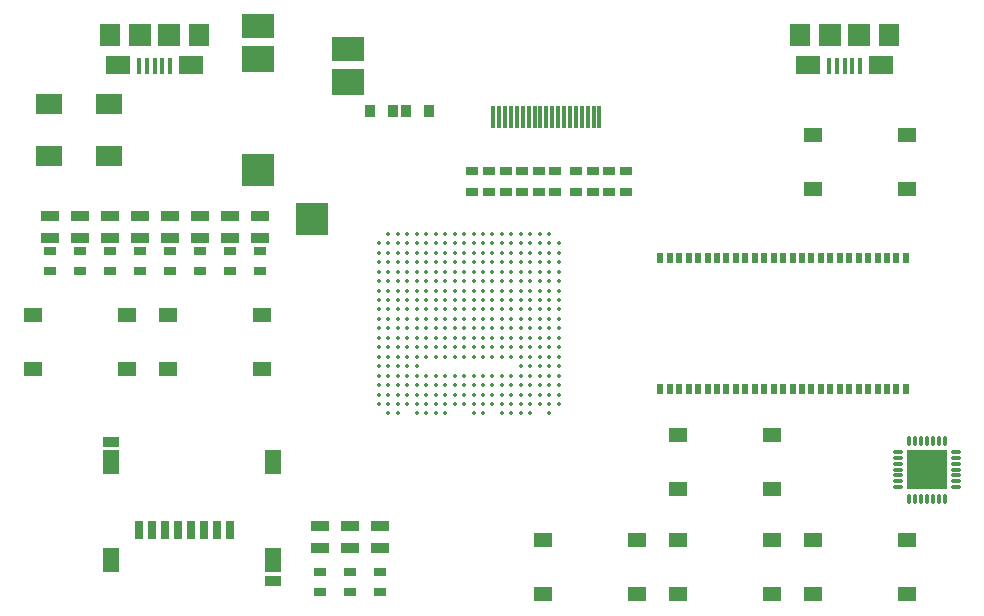
<source format=gtp>
G04 #@! TF.GenerationSoftware,KiCad,Pcbnew,5.0.0-rc2+dfsg1-2*
G04 #@! TF.CreationDate,2018-06-06T08:38:01+02:00*
G04 #@! TF.ProjectId,ulx3s,756C7833732E6B696361645F70636200,rev?*
G04 #@! TF.SameCoordinates,Original*
G04 #@! TF.FileFunction,Paste,Top*
G04 #@! TF.FilePolarity,Positive*
%FSLAX46Y46*%
G04 Gerber Fmt 4.6, Leading zero omitted, Abs format (unit mm)*
G04 Created by KiCad (PCBNEW 5.0.0-rc2+dfsg1-2) date Wed Jun  6 08:38:01 2018*
%MOMM*%
%LPD*%
G01*
G04 APERTURE LIST*
%ADD10R,2.100000X1.600000*%
%ADD11R,1.900000X1.900000*%
%ADD12R,0.400000X1.350000*%
%ADD13R,1.800000X1.900000*%
%ADD14O,0.850000X0.300000*%
%ADD15O,0.300000X0.850000*%
%ADD16R,1.675000X1.675000*%
%ADD17R,1.550000X1.300000*%
%ADD18C,0.350000*%
%ADD19R,2.800000X2.000000*%
%ADD20R,2.800000X2.200000*%
%ADD21R,2.800000X2.800000*%
%ADD22R,0.700000X1.500000*%
%ADD23R,1.450000X0.900000*%
%ADD24R,1.450000X2.000000*%
%ADD25R,2.200000X1.800000*%
%ADD26R,0.560000X0.900000*%
%ADD27R,1.000000X0.670000*%
%ADD28R,1.500000X0.970000*%
%ADD29R,0.300000X1.900000*%
%ADD30R,0.845000X1.000000*%
G04 APERTURE END LIST*
D10*
G04 #@! TO.C,US1*
X114980000Y-65875000D03*
X108780000Y-65875000D03*
D11*
X113080000Y-63325000D03*
X110680000Y-63325000D03*
D12*
X113180000Y-66000000D03*
X112530000Y-66000000D03*
X111880000Y-66000000D03*
X111230000Y-66000000D03*
X110580000Y-66000000D03*
D13*
X115680000Y-63325000D03*
X108080000Y-63325000D03*
G04 #@! TD*
D10*
G04 #@! TO.C,US2*
X173400000Y-65875000D03*
X167200000Y-65875000D03*
D11*
X171500000Y-63325000D03*
X169100000Y-63325000D03*
D12*
X171600000Y-66000000D03*
X170950000Y-66000000D03*
X170300000Y-66000000D03*
X169650000Y-66000000D03*
X169000000Y-66000000D03*
D13*
X174100000Y-63325000D03*
X166500000Y-63325000D03*
G04 #@! TD*
D14*
G04 #@! TO.C,U8*
X179735000Y-101655000D03*
X179735000Y-101155000D03*
X179735000Y-100655000D03*
X179735000Y-100155000D03*
X179735000Y-99655000D03*
X179735000Y-99155000D03*
X179735000Y-98655000D03*
D15*
X178785000Y-97705000D03*
X178285000Y-97705000D03*
X177785000Y-97705000D03*
X177285000Y-97705000D03*
X176785000Y-97705000D03*
X176285000Y-97705000D03*
X175785000Y-97705000D03*
D14*
X174835000Y-98655000D03*
X174835000Y-99155000D03*
X174835000Y-99655000D03*
X174835000Y-100155000D03*
X174835000Y-100655000D03*
X174835000Y-101155000D03*
X174835000Y-101655000D03*
D15*
X175785000Y-102605000D03*
X176285000Y-102605000D03*
X176785000Y-102605000D03*
X177285000Y-102605000D03*
X177785000Y-102605000D03*
X178285000Y-102605000D03*
X178785000Y-102605000D03*
D16*
X176447500Y-99317500D03*
X176447500Y-100992500D03*
X178122500Y-99317500D03*
X178122500Y-100992500D03*
G04 #@! TD*
D17*
G04 #@! TO.C,BTN0*
X175550000Y-71870000D03*
X175550000Y-76370000D03*
X167590000Y-76370000D03*
X167590000Y-71870000D03*
G04 #@! TD*
G04 #@! TO.C,BTN1*
X101550000Y-91610000D03*
X101550000Y-87110000D03*
X109510000Y-87110000D03*
X109510000Y-91610000D03*
G04 #@! TD*
G04 #@! TO.C,BTN2*
X112980000Y-91610000D03*
X112980000Y-87110000D03*
X120940000Y-87110000D03*
X120940000Y-91610000D03*
G04 #@! TD*
G04 #@! TO.C,BTN3*
X156160000Y-101770000D03*
X156160000Y-97270000D03*
X164120000Y-97270000D03*
X164120000Y-101770000D03*
G04 #@! TD*
G04 #@! TO.C,BTN4*
X164120000Y-106160000D03*
X164120000Y-110660000D03*
X156160000Y-110660000D03*
X156160000Y-106160000D03*
G04 #@! TD*
G04 #@! TO.C,BTN5*
X152690000Y-106160000D03*
X152690000Y-110660000D03*
X144730000Y-110660000D03*
X144730000Y-106160000D03*
G04 #@! TD*
G04 #@! TO.C,BTN6*
X175550000Y-106160000D03*
X175550000Y-110660000D03*
X167590000Y-110660000D03*
X167590000Y-106160000D03*
G04 #@! TD*
D18*
G04 #@! TO.C,U1*
X131680000Y-80200000D03*
X132480000Y-80200000D03*
X133280000Y-80200000D03*
X134080000Y-80200000D03*
X134880000Y-80200000D03*
X135680000Y-80200000D03*
X136480000Y-80200000D03*
X137280000Y-80200000D03*
X138080000Y-80200000D03*
X138880000Y-80200000D03*
X139680000Y-80200000D03*
X140480000Y-80200000D03*
X141280000Y-80200000D03*
X142080000Y-80200000D03*
X142880000Y-80200000D03*
X143680000Y-80200000D03*
X144480000Y-80200000D03*
X145280000Y-80200000D03*
X130880000Y-81000000D03*
X131680000Y-81000000D03*
X132480000Y-81000000D03*
X133280000Y-81000000D03*
X134080000Y-81000000D03*
X134880000Y-81000000D03*
X135680000Y-81000000D03*
X136480000Y-81000000D03*
X137280000Y-81000000D03*
X138080000Y-81000000D03*
X138880000Y-81000000D03*
X139680000Y-81000000D03*
X140480000Y-81000000D03*
X141280000Y-81000000D03*
X142080000Y-81000000D03*
X142880000Y-81000000D03*
X143680000Y-81000000D03*
X144480000Y-81000000D03*
X145280000Y-81000000D03*
X146080000Y-81000000D03*
X130880000Y-81800000D03*
X131680000Y-81800000D03*
X132480000Y-81800000D03*
X133280000Y-81800000D03*
X134080000Y-81800000D03*
X134880000Y-81800000D03*
X135680000Y-81800000D03*
X136480000Y-81800000D03*
X137280000Y-81800000D03*
X138080000Y-81800000D03*
X138880000Y-81800000D03*
X139680000Y-81800000D03*
X140480000Y-81800000D03*
X141280000Y-81800000D03*
X142080000Y-81800000D03*
X142880000Y-81800000D03*
X143680000Y-81800000D03*
X144480000Y-81800000D03*
X145280000Y-81800000D03*
X146080000Y-81800000D03*
X130880000Y-82600000D03*
X131680000Y-82600000D03*
X132480000Y-82600000D03*
X133280000Y-82600000D03*
X134080000Y-82600000D03*
X134880000Y-82600000D03*
X135680000Y-82600000D03*
X136480000Y-82600000D03*
X137280000Y-82600000D03*
X138080000Y-82600000D03*
X138880000Y-82600000D03*
X139680000Y-82600000D03*
X140480000Y-82600000D03*
X141280000Y-82600000D03*
X142080000Y-82600000D03*
X142880000Y-82600000D03*
X143680000Y-82600000D03*
X144480000Y-82600000D03*
X145280000Y-82600000D03*
X146080000Y-82600000D03*
X130880000Y-83400000D03*
X131680000Y-83400000D03*
X132480000Y-83400000D03*
X133280000Y-83400000D03*
X134080000Y-83400000D03*
X134880000Y-83400000D03*
X135680000Y-83400000D03*
X136480000Y-83400000D03*
X137280000Y-83400000D03*
X138080000Y-83400000D03*
X138880000Y-83400000D03*
X139680000Y-83400000D03*
X140480000Y-83400000D03*
X141280000Y-83400000D03*
X142080000Y-83400000D03*
X142880000Y-83400000D03*
X143680000Y-83400000D03*
X144480000Y-83400000D03*
X145280000Y-83400000D03*
X146080000Y-83400000D03*
X130880000Y-84200000D03*
X131680000Y-84200000D03*
X132480000Y-84200000D03*
X133280000Y-84200000D03*
X134080000Y-84200000D03*
X134880000Y-84200000D03*
X135680000Y-84200000D03*
X136480000Y-84200000D03*
X137280000Y-84200000D03*
X138080000Y-84200000D03*
X138880000Y-84200000D03*
X139680000Y-84200000D03*
X140480000Y-84200000D03*
X141280000Y-84200000D03*
X142080000Y-84200000D03*
X142880000Y-84200000D03*
X143680000Y-84200000D03*
X144480000Y-84200000D03*
X145280000Y-84200000D03*
X146080000Y-84200000D03*
X130880000Y-85000000D03*
X131680000Y-85000000D03*
X132480000Y-85000000D03*
X133280000Y-85000000D03*
X134080000Y-85000000D03*
X134880000Y-85000000D03*
X135680000Y-85000000D03*
X136480000Y-85000000D03*
X137280000Y-85000000D03*
X138080000Y-85000000D03*
X138880000Y-85000000D03*
X139680000Y-85000000D03*
X140480000Y-85000000D03*
X141280000Y-85000000D03*
X142080000Y-85000000D03*
X142880000Y-85000000D03*
X143680000Y-85000000D03*
X144480000Y-85000000D03*
X145280000Y-85000000D03*
X146080000Y-85000000D03*
X130880000Y-85800000D03*
X131680000Y-85800000D03*
X132480000Y-85800000D03*
X133280000Y-85800000D03*
X134080000Y-85800000D03*
X134880000Y-85800000D03*
X135680000Y-85800000D03*
X136480000Y-85800000D03*
X137280000Y-85800000D03*
X138080000Y-85800000D03*
X138880000Y-85800000D03*
X139680000Y-85800000D03*
X140480000Y-85800000D03*
X141280000Y-85800000D03*
X142080000Y-85800000D03*
X142880000Y-85800000D03*
X143680000Y-85800000D03*
X144480000Y-85800000D03*
X145280000Y-85800000D03*
X146080000Y-85800000D03*
X130880000Y-86600000D03*
X131680000Y-86600000D03*
X132480000Y-86600000D03*
X133280000Y-86600000D03*
X134080000Y-86600000D03*
X134880000Y-86600000D03*
X135680000Y-86600000D03*
X136480000Y-86600000D03*
X137280000Y-86600000D03*
X138080000Y-86600000D03*
X138880000Y-86600000D03*
X139680000Y-86600000D03*
X140480000Y-86600000D03*
X141280000Y-86600000D03*
X142080000Y-86600000D03*
X142880000Y-86600000D03*
X143680000Y-86600000D03*
X144480000Y-86600000D03*
X145280000Y-86600000D03*
X146080000Y-86600000D03*
X130880000Y-87400000D03*
X131680000Y-87400000D03*
X132480000Y-87400000D03*
X133280000Y-87400000D03*
X134080000Y-87400000D03*
X134880000Y-87400000D03*
X135680000Y-87400000D03*
X136480000Y-87400000D03*
X137280000Y-87400000D03*
X138080000Y-87400000D03*
X138880000Y-87400000D03*
X139680000Y-87400000D03*
X140480000Y-87400000D03*
X141280000Y-87400000D03*
X142080000Y-87400000D03*
X142880000Y-87400000D03*
X143680000Y-87400000D03*
X144480000Y-87400000D03*
X145280000Y-87400000D03*
X146080000Y-87400000D03*
X130880000Y-88200000D03*
X131680000Y-88200000D03*
X132480000Y-88200000D03*
X133280000Y-88200000D03*
X134080000Y-88200000D03*
X134880000Y-88200000D03*
X135680000Y-88200000D03*
X136480000Y-88200000D03*
X137280000Y-88200000D03*
X138080000Y-88200000D03*
X138880000Y-88200000D03*
X139680000Y-88200000D03*
X140480000Y-88200000D03*
X141280000Y-88200000D03*
X142080000Y-88200000D03*
X142880000Y-88200000D03*
X143680000Y-88200000D03*
X144480000Y-88200000D03*
X145280000Y-88200000D03*
X146080000Y-88200000D03*
X130880000Y-89000000D03*
X131680000Y-89000000D03*
X132480000Y-89000000D03*
X133280000Y-89000000D03*
X134080000Y-89000000D03*
X134880000Y-89000000D03*
X135680000Y-89000000D03*
X136480000Y-89000000D03*
X137280000Y-89000000D03*
X138080000Y-89000000D03*
X138880000Y-89000000D03*
X139680000Y-89000000D03*
X140480000Y-89000000D03*
X141280000Y-89000000D03*
X142080000Y-89000000D03*
X142880000Y-89000000D03*
X143680000Y-89000000D03*
X144480000Y-89000000D03*
X145280000Y-89000000D03*
X146080000Y-89000000D03*
X130880000Y-89800000D03*
X131680000Y-89800000D03*
X132480000Y-89800000D03*
X133280000Y-89800000D03*
X134080000Y-89800000D03*
X134880000Y-89800000D03*
X135680000Y-89800000D03*
X136480000Y-89800000D03*
X137280000Y-89800000D03*
X138080000Y-89800000D03*
X138880000Y-89800000D03*
X139680000Y-89800000D03*
X140480000Y-89800000D03*
X141280000Y-89800000D03*
X142080000Y-89800000D03*
X142880000Y-89800000D03*
X143680000Y-89800000D03*
X144480000Y-89800000D03*
X145280000Y-89800000D03*
X146080000Y-89800000D03*
X130880000Y-90600000D03*
X131680000Y-90600000D03*
X132480000Y-90600000D03*
X133280000Y-90600000D03*
X134080000Y-90600000D03*
X134880000Y-90600000D03*
X135680000Y-90600000D03*
X136480000Y-90600000D03*
X137280000Y-90600000D03*
X138080000Y-90600000D03*
X138880000Y-90600000D03*
X139680000Y-90600000D03*
X140480000Y-90600000D03*
X141280000Y-90600000D03*
X142080000Y-90600000D03*
X142880000Y-90600000D03*
X143680000Y-90600000D03*
X144480000Y-90600000D03*
X145280000Y-90600000D03*
X146080000Y-90600000D03*
X130880000Y-91400000D03*
X131680000Y-91400000D03*
X132480000Y-91400000D03*
X133280000Y-91400000D03*
X134080000Y-91400000D03*
X142880000Y-91400000D03*
X143680000Y-91400000D03*
X144480000Y-91400000D03*
X145280000Y-91400000D03*
X146080000Y-91400000D03*
X130880000Y-92200000D03*
X131680000Y-92200000D03*
X132480000Y-92200000D03*
X133280000Y-92200000D03*
X134080000Y-92200000D03*
X134880000Y-92200000D03*
X135680000Y-92200000D03*
X136480000Y-92200000D03*
X137280000Y-92200000D03*
X138080000Y-92200000D03*
X138880000Y-92200000D03*
X139680000Y-92200000D03*
X140480000Y-92200000D03*
X141280000Y-92200000D03*
X142080000Y-92200000D03*
X142880000Y-92200000D03*
X143680000Y-92200000D03*
X144480000Y-92200000D03*
X145280000Y-92200000D03*
X146080000Y-92200000D03*
X130880000Y-93000000D03*
X131680000Y-93000000D03*
X132480000Y-93000000D03*
X133280000Y-93000000D03*
X134080000Y-93000000D03*
X134880000Y-93000000D03*
X135680000Y-93000000D03*
X136480000Y-93000000D03*
X137280000Y-93000000D03*
X138080000Y-93000000D03*
X138880000Y-93000000D03*
X139680000Y-93000000D03*
X140480000Y-93000000D03*
X141280000Y-93000000D03*
X142080000Y-93000000D03*
X142880000Y-93000000D03*
X143680000Y-93000000D03*
X144480000Y-93000000D03*
X145280000Y-93000000D03*
X146080000Y-93000000D03*
X130880000Y-93800000D03*
X131680000Y-93800000D03*
X132480000Y-93800000D03*
X133280000Y-93800000D03*
X134080000Y-93800000D03*
X134880000Y-93800000D03*
X135680000Y-93800000D03*
X136480000Y-93800000D03*
X137280000Y-93800000D03*
X138080000Y-93800000D03*
X138880000Y-93800000D03*
X139680000Y-93800000D03*
X140480000Y-93800000D03*
X141280000Y-93800000D03*
X142080000Y-93800000D03*
X142880000Y-93800000D03*
X143680000Y-93800000D03*
X144480000Y-93800000D03*
X145280000Y-93800000D03*
X146080000Y-93800000D03*
X130880000Y-94600000D03*
X131680000Y-94600000D03*
X132480000Y-94600000D03*
X133280000Y-94600000D03*
X134080000Y-94600000D03*
X134880000Y-94600000D03*
X135680000Y-94600000D03*
X136480000Y-94600000D03*
X137280000Y-94600000D03*
X138080000Y-94600000D03*
X138880000Y-94600000D03*
X139680000Y-94600000D03*
X140480000Y-94600000D03*
X141280000Y-94600000D03*
X142080000Y-94600000D03*
X142880000Y-94600000D03*
X143680000Y-94600000D03*
X144480000Y-94600000D03*
X145280000Y-94600000D03*
X146080000Y-94600000D03*
X131680000Y-95400000D03*
X132480000Y-95400000D03*
X134080000Y-95400000D03*
X134880000Y-95400000D03*
X135680000Y-95400000D03*
X136480000Y-95400000D03*
X138880000Y-95400000D03*
X139680000Y-95400000D03*
X141280000Y-95400000D03*
X142080000Y-95400000D03*
X142880000Y-95400000D03*
X143680000Y-95400000D03*
X145280000Y-95400000D03*
G04 #@! TD*
D19*
G04 #@! TO.C,AUDIO1*
X120668000Y-62618000D03*
D20*
X120668000Y-65418000D03*
D21*
X120668000Y-74818000D03*
X125218000Y-78918000D03*
D20*
X128268000Y-67318000D03*
D19*
X128268000Y-64518000D03*
G04 #@! TD*
D22*
G04 #@! TO.C,SD1*
X118250000Y-105250000D03*
X117150000Y-105250000D03*
X116050000Y-105250000D03*
X114950000Y-105250000D03*
X113850000Y-105250000D03*
X112750000Y-105250000D03*
X111650000Y-105250000D03*
X110550000Y-105250000D03*
D23*
X121925000Y-109550000D03*
X108175000Y-97850000D03*
D24*
X108175000Y-107850000D03*
X121925000Y-107850000D03*
X121925000Y-99550000D03*
X108175000Y-99550000D03*
G04 #@! TD*
D25*
G04 #@! TO.C,Y1*
X108040000Y-69220000D03*
X102960000Y-69220000D03*
X102960000Y-73620000D03*
X108040000Y-73620000D03*
G04 #@! TD*
D26*
G04 #@! TO.C,U2*
X175493000Y-82270000D03*
X154693000Y-93330000D03*
X155493000Y-93330000D03*
X156293000Y-93330000D03*
X157093000Y-93330000D03*
X157893000Y-93330000D03*
X158693000Y-93330000D03*
X159493000Y-93330000D03*
X160293000Y-93330000D03*
X161093000Y-93330000D03*
X161893000Y-93330000D03*
X162693000Y-93330000D03*
X163493000Y-93330000D03*
X164293000Y-93330000D03*
X165093000Y-93330000D03*
X165893000Y-93330000D03*
X166693000Y-93330000D03*
X167493000Y-93330000D03*
X168293000Y-93330000D03*
X169093000Y-93330000D03*
X169893000Y-93330000D03*
X170693000Y-93330000D03*
X171493000Y-93330000D03*
X172293000Y-93330000D03*
X173093000Y-93330000D03*
X173893000Y-93330000D03*
X174693000Y-93330000D03*
X175493000Y-93330000D03*
X174693000Y-82270000D03*
X173893000Y-82270000D03*
X173093000Y-82270000D03*
X172293000Y-82270000D03*
X171493000Y-82270000D03*
X170693000Y-82270000D03*
X169893000Y-82270000D03*
X169093000Y-82270000D03*
X168293000Y-82270000D03*
X167493000Y-82270000D03*
X166693000Y-82270000D03*
X165893000Y-82270000D03*
X165093000Y-82270000D03*
X164293000Y-82270000D03*
X163493000Y-82270000D03*
X162693000Y-82270000D03*
X161893000Y-82270000D03*
X161093000Y-82270000D03*
X160293000Y-82270000D03*
X159493000Y-82270000D03*
X158693000Y-82270000D03*
X157893000Y-82270000D03*
X157093000Y-82270000D03*
X156293000Y-82270000D03*
X155493000Y-82270000D03*
X154693000Y-82270000D03*
G04 #@! TD*
D27*
G04 #@! TO.C,C36*
X150361000Y-76646000D03*
X150361000Y-74896000D03*
G04 #@! TD*
G04 #@! TO.C,C37*
X151758000Y-74896000D03*
X151758000Y-76646000D03*
G04 #@! TD*
G04 #@! TO.C,C38*
X140201000Y-74896000D03*
X140201000Y-76646000D03*
G04 #@! TD*
G04 #@! TO.C,C39*
X142995000Y-76646000D03*
X142995000Y-74896000D03*
G04 #@! TD*
G04 #@! TO.C,C40*
X145789000Y-76646000D03*
X145789000Y-74896000D03*
G04 #@! TD*
G04 #@! TO.C,C41*
X148964000Y-74896000D03*
X148964000Y-76646000D03*
G04 #@! TD*
G04 #@! TO.C,C42*
X138742800Y-76638600D03*
X138742800Y-74888600D03*
G04 #@! TD*
G04 #@! TO.C,C43*
X141598000Y-74896000D03*
X141598000Y-76646000D03*
G04 #@! TD*
G04 #@! TO.C,C44*
X144392000Y-74896000D03*
X144392000Y-76646000D03*
G04 #@! TD*
G04 #@! TO.C,C45*
X147567000Y-76634000D03*
X147567000Y-74884000D03*
G04 #@! TD*
D28*
G04 #@! TO.C,D19*
X130930000Y-106825000D03*
X130930000Y-104915000D03*
G04 #@! TD*
G04 #@! TO.C,D0*
X120770000Y-78644000D03*
X120770000Y-80554000D03*
G04 #@! TD*
G04 #@! TO.C,D1*
X118230000Y-80554000D03*
X118230000Y-78644000D03*
G04 #@! TD*
G04 #@! TO.C,D2*
X115690000Y-78644000D03*
X115690000Y-80554000D03*
G04 #@! TD*
G04 #@! TO.C,D3*
X113150000Y-78644000D03*
X113150000Y-80554000D03*
G04 #@! TD*
G04 #@! TO.C,D4*
X110610000Y-80554000D03*
X110610000Y-78644000D03*
G04 #@! TD*
G04 #@! TO.C,D5*
X108070000Y-80554000D03*
X108070000Y-78644000D03*
G04 #@! TD*
G04 #@! TO.C,D6*
X105545000Y-78644000D03*
X105545000Y-80554000D03*
G04 #@! TD*
G04 #@! TO.C,D7*
X102990000Y-80554000D03*
X102990000Y-78644000D03*
G04 #@! TD*
G04 #@! TO.C,D18*
X128390000Y-106825000D03*
X128390000Y-104915000D03*
G04 #@! TD*
G04 #@! TO.C,D22*
X125850000Y-104915000D03*
X125850000Y-106825000D03*
G04 #@! TD*
D29*
G04 #@! TO.C,GPDI1*
X149546000Y-70312000D03*
X149046000Y-70312000D03*
X148546000Y-70312000D03*
X148046000Y-70312000D03*
X147546000Y-70312000D03*
X147046000Y-70312000D03*
X146546000Y-70312000D03*
X146046000Y-70312000D03*
X145546000Y-70312000D03*
X145046000Y-70312000D03*
X144546000Y-70312000D03*
X144046000Y-70312000D03*
X143546000Y-70312000D03*
X143046000Y-70312000D03*
X142546000Y-70312000D03*
X142046000Y-70312000D03*
X141546000Y-70312000D03*
X141046000Y-70312000D03*
X140546000Y-70312000D03*
G04 #@! TD*
D27*
G04 #@! TO.C,R41*
X120770000Y-83377000D03*
X120770000Y-81627000D03*
G04 #@! TD*
G04 #@! TO.C,R42*
X118230000Y-81627000D03*
X118230000Y-83377000D03*
G04 #@! TD*
G04 #@! TO.C,R43*
X115690000Y-83377000D03*
X115690000Y-81627000D03*
G04 #@! TD*
G04 #@! TO.C,R44*
X113150000Y-81627000D03*
X113150000Y-83377000D03*
G04 #@! TD*
G04 #@! TO.C,R45*
X110610000Y-81627000D03*
X110610000Y-83377000D03*
G04 #@! TD*
G04 #@! TO.C,R46*
X108070000Y-83377000D03*
X108070000Y-81627000D03*
G04 #@! TD*
G04 #@! TO.C,R47*
X105530000Y-81627000D03*
X105530000Y-83377000D03*
G04 #@! TD*
G04 #@! TO.C,R48*
X102990000Y-83377000D03*
X102990000Y-81627000D03*
G04 #@! TD*
G04 #@! TO.C,R36*
X128390000Y-110555000D03*
X128390000Y-108805000D03*
G04 #@! TD*
G04 #@! TO.C,R37*
X130930000Y-110555000D03*
X130930000Y-108805000D03*
G04 #@! TD*
G04 #@! TO.C,R62*
X125850000Y-108805000D03*
X125850000Y-110555000D03*
G04 #@! TD*
D30*
G04 #@! TO.C,RV2*
X130123501Y-69814500D03*
X132048501Y-69814500D03*
G04 #@! TD*
G04 #@! TO.C,RV3*
X135082500Y-69814500D03*
X133157500Y-69814500D03*
G04 #@! TD*
M02*

</source>
